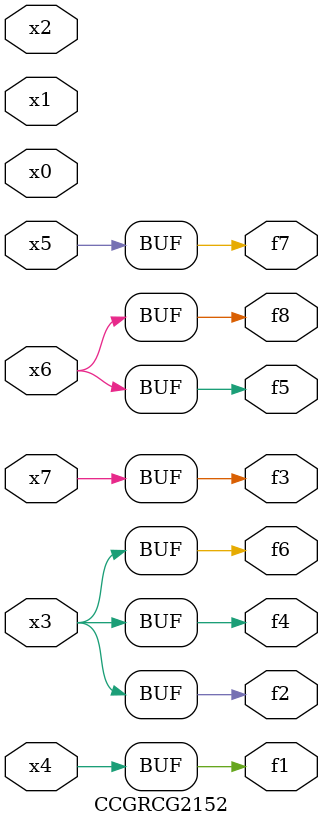
<source format=v>
module CCGRCG2152(
	input x0, x1, x2, x3, x4, x5, x6, x7,
	output f1, f2, f3, f4, f5, f6, f7, f8
);
	assign f1 = x4;
	assign f2 = x3;
	assign f3 = x7;
	assign f4 = x3;
	assign f5 = x6;
	assign f6 = x3;
	assign f7 = x5;
	assign f8 = x6;
endmodule

</source>
